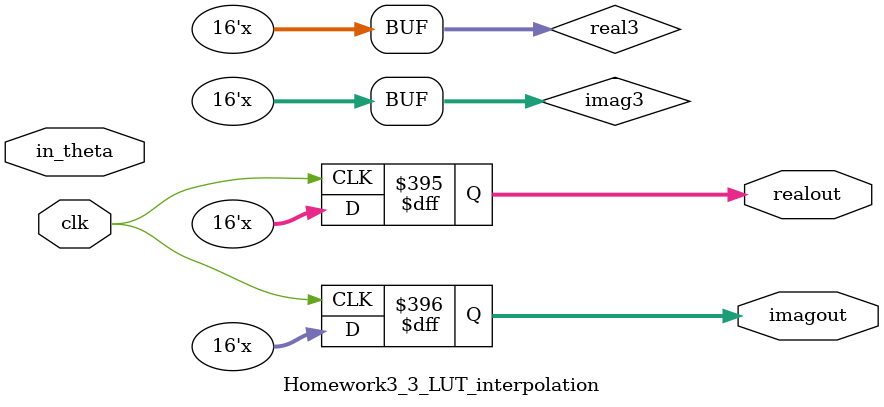
<source format=v>

module Homework3_3_LUT_interpolation(clk,in_theta,realout,imagout);
input [11:0]in_theta;
input clk;
output [15:0]realout;
output [15:0]imagout;


wire [11:0]in_theta;
wire clk;
reg [15:0]realout;
reg [15:0]imagout;

reg [11:0]theta;
reg [11:0]thegen1;
reg [11:0]thegen;
reg [15:0]real3;
reg [15:0]imag3;
reg [15:0]real2;
reg [15:0]imag2;
reg [15:0]real1;
reg [15:0]imag1;
reg [15:0]tmp;
reg [15:0]tmpreal1;
reg [15:0]tmpreal2;
reg [15:0]tmpimag1;
reg [15:0]tmpimag2;


always@(posedge clk)begin
theta<= #1 in_theta;
realout<=#1 real3;
imagout<=#1 imag3;
end

always @(*) begin
if (theta<=12'b010000000000)begin
	thegen = theta;
	real3=real2;
	imag3=imag2;
	end
else if (theta<=12'b100000000000 && theta>12'b010000000000)begin
	thegen = 12'b100000000000-theta;
	real3 =~real2+1'b1;
	imag3=imag2;
	end
else if (theta<=12'b110000000000 && theta>12'b100000000000)begin
	thegen = theta-12'b100000000000;
	real3 =~real2+1'b1;
	imag3=~imag2+1'b1;
	end
else if (theta<=12'b111111111111 && theta>12'b110000000000)begin
	thegen = 12'b111111111111-theta+1'b1;
	real3 =real2;
	imag3=~imag2+1'b1;
	end

if (thegen>12'b001000000000 && thegen[0]== 1'b0)begin
	thegen1=12'b010000000000-thegen;
	tmp=imag1;	
	imag2=real1;	
	real2=tmp;
end
else if(thegen<=12'b001000000000 && thegen[0]==1'b0)begin
	thegen1=thegen;
	imag2=imag1;	
	real2=real1;
end
else if (thegen>12'b001000000000 && thegen[0]==1'b1)begin
	thegen=12'b010000000010-thegen;
	thegen1=thegen+1'b1;
	tmpreal1=real1;
	tmpimag1=imag1;
	thegen1=#1 thegen-1'b1;
	tmpreal2= real1;
	tmpimag2= imag1;
	imag2=({tmpimag2[15],tmpimag2[15],tmpimag2[15],tmpimag2}+{tmpimag1[15],tmpimag1[15],tmpimag1[15],tmpimag1}+1'b1)>>1;
	real2=({tmpreal2[15],tmpreal2[15],tmpreal2[15],tmpreal2}+{tmpreal1[15],tmpreal1[15],tmpreal1[15],tmpreal1}+1'b1)>>1;
	tmp=imag1;	
	imag2=real1;	
	real2=tmp;
end
else if(thegen<=12'b001000000000 && thegen[0]==1'b1)begin	
	thegen1=thegen+1'b1;
	tmpreal1=real1;
	tmpimag1=imag1;
	thegen1=#3 thegen-1'b1;
	tmpreal2= real1;
	tmpimag2= imag1;
	imag2=({tmpimag2[15],tmpimag2[15],tmpimag2[15],tmpimag2}+{tmpimag1[15],tmpimag1[15],tmpimag1[15],tmpimag1}+1'b1)>>1;
	real2=({tmpreal2[15],tmpreal2[15],tmpreal2[15],tmpreal2}+{tmpreal1[15],tmpreal1[15],tmpreal1[15],tmpreal1}+1'b1)>>1;
	$display(tmpreal1);
	$display(tmpreal2);
	$display(real2);
	$display("-----");
end
end


always @(thegen1) begin
  case (thegen1)
    12'b000000000000: begin  real1=16'b0100000000000000; imag1=16'b0000000000000000;  end  // angle = 0.000000 pi
    12'b000000000010: begin  real1=16'b0100000000000000; imag1=16'b0000000000110010;  end  // angle = 0.000977 pi
    12'b000000000100: begin  real1=16'b0100000000000000; imag1=16'b0000000001100101;  end  // angle = 0.001953 pi
    12'b000000000110: begin  real1=16'b0011111111111111; imag1=16'b0000000010010111;  end  // angle = 0.002930 pi
    12'b000000001000: begin  real1=16'b0011111111111111; imag1=16'b0000000011001001;  end  // angle = 0.003906 pi
    12'b000000001010: begin  real1=16'b0011111111111110; imag1=16'b0000000011111011;  end  // angle = 0.004883 pi
    12'b000000001100: begin  real1=16'b0011111111111101; imag1=16'b0000000100101110;  end  // angle = 0.005859 pi
    12'b000000001110: begin  real1=16'b0011111111111100; imag1=16'b0000000101100000;  end  // angle = 0.006836 pi
    12'b000000010000: begin  real1=16'b0011111111111011; imag1=16'b0000000110010010;  end  // angle = 0.007812 pi
    12'b000000010010: begin  real1=16'b0011111111111010; imag1=16'b0000000111000100;  end  // angle = 0.008789 pi
    12'b000000010100: begin  real1=16'b0011111111111000; imag1=16'b0000000111110111;  end  // angle = 0.009766 pi
    12'b000000010110: begin  real1=16'b0011111111110111; imag1=16'b0000001000101001;  end  // angle = 0.010742 pi
    12'b000000011000: begin  real1=16'b0011111111110101; imag1=16'b0000001001011011;  end  // angle = 0.011719 pi
    12'b000000011010: begin  real1=16'b0011111111110011; imag1=16'b0000001010001101;  end  // angle = 0.012695 pi
    12'b000000011100: begin  real1=16'b0011111111110001; imag1=16'b0000001011000000;  end  // angle = 0.013672 pi
    12'b000000011110: begin  real1=16'b0011111111101111; imag1=16'b0000001011110010;  end  // angle = 0.014648 pi
    12'b000000100000: begin  real1=16'b0011111111101100; imag1=16'b0000001100100100;  end  // angle = 0.015625 pi
    12'b000000100010: begin  real1=16'b0011111111101010; imag1=16'b0000001101010110;  end  // angle = 0.016602 pi
    12'b000000100100: begin  real1=16'b0011111111100111; imag1=16'b0000001110001000;  end  // angle = 0.017578 pi
    12'b000000100110: begin  real1=16'b0011111111100100; imag1=16'b0000001110111011;  end  // angle = 0.018555 pi
    12'b000000101000: begin  real1=16'b0011111111100001; imag1=16'b0000001111101101;  end  // angle = 0.019531 pi
    12'b000000101010: begin  real1=16'b0011111111011110; imag1=16'b0000010000011111;  end  // angle = 0.020508 pi
    12'b000000101100: begin  real1=16'b0011111111011011; imag1=16'b0000010001010001;  end  // angle = 0.021484 pi
    12'b000000101110: begin  real1=16'b0011111111010111; imag1=16'b0000010010000011;  end  // angle = 0.022461 pi
    12'b000000110000: begin  real1=16'b0011111111010100; imag1=16'b0000010010110101;  end  // angle = 0.023438 pi
    12'b000000110010: begin  real1=16'b0011111111010000; imag1=16'b0000010011100111;  end  // angle = 0.024414 pi
    12'b000000110100: begin  real1=16'b0011111111001100; imag1=16'b0000010100011010;  end  // angle = 0.025391 pi
    12'b000000110110: begin  real1=16'b0011111111001000; imag1=16'b0000010101001100;  end  // angle = 0.026367 pi
    12'b000000111000: begin  real1=16'b0011111111000100; imag1=16'b0000010101111110;  end  // angle = 0.027344 pi
    12'b000000111010: begin  real1=16'b0011111110111111; imag1=16'b0000010110110000;  end  // angle = 0.028320 pi
    12'b000000111100: begin  real1=16'b0011111110111011; imag1=16'b0000010111100010;  end  // angle = 0.029297 pi
    12'b000000111110: begin  real1=16'b0011111110110110; imag1=16'b0000011000010100;  end  // angle = 0.030273 pi
    12'b000001000000: begin  real1=16'b0011111110110001; imag1=16'b0000011001000110;  end  // angle = 0.031250 pi
    12'b000001000010: begin  real1=16'b0011111110101100; imag1=16'b0000011001111000;  end  // angle = 0.032227 pi
    12'b000001000100: begin  real1=16'b0011111110100111; imag1=16'b0000011010101010;  end  // angle = 0.033203 pi
    12'b000001000110: begin  real1=16'b0011111110100010; imag1=16'b0000011011011100;  end  // angle = 0.034180 pi
    12'b000001001000: begin  real1=16'b0011111110011100; imag1=16'b0000011100001110;  end  // angle = 0.035156 pi
    12'b000001001010: begin  real1=16'b0011111110010111; imag1=16'b0000011101000000;  end  // angle = 0.036133 pi
    12'b000001001100: begin  real1=16'b0011111110010001; imag1=16'b0000011101110010;  end  // angle = 0.037109 pi
    12'b000001001110: begin  real1=16'b0011111110001011; imag1=16'b0000011110100100;  end  // angle = 0.038086 pi
    12'b000001010000: begin  real1=16'b0011111110000101; imag1=16'b0000011111010110;  end  // angle = 0.039062 pi
    12'b000001010010: begin  real1=16'b0011111101111111; imag1=16'b0000100000000111;  end  // angle = 0.040039 pi
    12'b000001010100: begin  real1=16'b0011111101111000; imag1=16'b0000100000111001;  end  // angle = 0.041016 pi
    12'b000001010110: begin  real1=16'b0011111101110010; imag1=16'b0000100001101011;  end  // angle = 0.041992 pi
    12'b000001011000: begin  real1=16'b0011111101101011; imag1=16'b0000100010011101;  end  // angle = 0.042969 pi
    12'b000001011010: begin  real1=16'b0011111101100100; imag1=16'b0000100011001111;  end  // angle = 0.043945 pi
    12'b000001011100: begin  real1=16'b0011111101011101; imag1=16'b0000100100000001;  end  // angle = 0.044922 pi
    12'b000001011110: begin  real1=16'b0011111101010110; imag1=16'b0000100100110010;  end  // angle = 0.045898 pi
    12'b000001100000: begin  real1=16'b0011111101001111; imag1=16'b0000100101100100;  end  // angle = 0.046875 pi
    12'b000001100010: begin  real1=16'b0011111101000111; imag1=16'b0000100110010110;  end  // angle = 0.047852 pi
    12'b000001100100: begin  real1=16'b0011111101000000; imag1=16'b0000100111000111;  end  // angle = 0.048828 pi
    12'b000001100110: begin  real1=16'b0011111100111000; imag1=16'b0000100111111001;  end  // angle = 0.049805 pi
    12'b000001101000: begin  real1=16'b0011111100110000; imag1=16'b0000101000101011;  end  // angle = 0.050781 pi
    12'b000001101010: begin  real1=16'b0011111100101000; imag1=16'b0000101001011100;  end  // angle = 0.051758 pi
    12'b000001101100: begin  real1=16'b0011111100100000; imag1=16'b0000101010001110;  end  // angle = 0.052734 pi
    12'b000001101110: begin  real1=16'b0011111100010111; imag1=16'b0000101011000000;  end  // angle = 0.053711 pi
    12'b000001110000: begin  real1=16'b0011111100001111; imag1=16'b0000101011110001;  end  // angle = 0.054688 pi
    12'b000001110010: begin  real1=16'b0011111100000110; imag1=16'b0000101100100011;  end  // angle = 0.055664 pi
    12'b000001110100: begin  real1=16'b0011111011111101; imag1=16'b0000101101010100;  end  // angle = 0.056641 pi
    12'b000001110110: begin  real1=16'b0011111011110100; imag1=16'b0000101110000101;  end  // angle = 0.057617 pi
    12'b000001111000: begin  real1=16'b0011111011101011; imag1=16'b0000101110110111;  end  // angle = 0.058594 pi
    12'b000001111010: begin  real1=16'b0011111011100010; imag1=16'b0000101111101000;  end  // angle = 0.059570 pi
    12'b000001111100: begin  real1=16'b0011111011011000; imag1=16'b0000110000011010;  end  // angle = 0.060547 pi
    12'b000001111110: begin  real1=16'b0011111011001111; imag1=16'b0000110001001011;  end  // angle = 0.061523 pi
    12'b000010000000: begin  real1=16'b0011111011000101; imag1=16'b0000110001111100;  end  // angle = 0.062500 pi
    12'b000010000010: begin  real1=16'b0011111010111011; imag1=16'b0000110010101110;  end  // angle = 0.063477 pi
    12'b000010000100: begin  real1=16'b0011111010110001; imag1=16'b0000110011011111;  end  // angle = 0.064453 pi
    12'b000010000110: begin  real1=16'b0011111010100111; imag1=16'b0000110100010000;  end  // angle = 0.065430 pi
    12'b000010001000: begin  real1=16'b0011111010011101; imag1=16'b0000110101000001;  end  // angle = 0.066406 pi
    12'b000010001010: begin  real1=16'b0011111010010010; imag1=16'b0000110101110010;  end  // angle = 0.067383 pi
    12'b000010001100: begin  real1=16'b0011111010001000; imag1=16'b0000110110100100;  end  // angle = 0.068359 pi
    12'b000010001110: begin  real1=16'b0011111001111101; imag1=16'b0000110111010101;  end  // angle = 0.069336 pi
    12'b000010010000: begin  real1=16'b0011111001110010; imag1=16'b0000111000000110;  end  // angle = 0.070312 pi
    12'b000010010010: begin  real1=16'b0011111001100111; imag1=16'b0000111000110111;  end  // angle = 0.071289 pi
    12'b000010010100: begin  real1=16'b0011111001011100; imag1=16'b0000111001101000;  end  // angle = 0.072266 pi
    12'b000010010110: begin  real1=16'b0011111001010000; imag1=16'b0000111010011001;  end  // angle = 0.073242 pi
    12'b000010011000: begin  real1=16'b0011111001000101; imag1=16'b0000111011001010;  end  // angle = 0.074219 pi
    12'b000010011010: begin  real1=16'b0011111000111001; imag1=16'b0000111011111011;  end  // angle = 0.075195 pi
    12'b000010011100: begin  real1=16'b0011111000101101; imag1=16'b0000111100101011;  end  // angle = 0.076172 pi
    12'b000010011110: begin  real1=16'b0011111000100001; imag1=16'b0000111101011100;  end  // angle = 0.077148 pi
    12'b000010100000: begin  real1=16'b0011111000010101; imag1=16'b0000111110001101;  end  // angle = 0.078125 pi
    12'b000010100010: begin  real1=16'b0011111000001001; imag1=16'b0000111110111110;  end  // angle = 0.079102 pi
    12'b000010100100: begin  real1=16'b0011110111111100; imag1=16'b0000111111101110;  end  // angle = 0.080078 pi
    12'b000010100110: begin  real1=16'b0011110111110000; imag1=16'b0001000000011111;  end  // angle = 0.081055 pi
    12'b000010101000: begin  real1=16'b0011110111100011; imag1=16'b0001000001010000;  end  // angle = 0.082031 pi
    12'b000010101010: begin  real1=16'b0011110111010110; imag1=16'b0001000010000000;  end  // angle = 0.083008 pi
    12'b000010101100: begin  real1=16'b0011110111001001; imag1=16'b0001000010110001;  end  // angle = 0.083984 pi
    12'b000010101110: begin  real1=16'b0011110110111100; imag1=16'b0001000011100001;  end  // angle = 0.084961 pi
    12'b000010110000: begin  real1=16'b0011110110101111; imag1=16'b0001000100010010;  end  // angle = 0.085937 pi
    12'b000010110010: begin  real1=16'b0011110110100001; imag1=16'b0001000101000010;  end  // angle = 0.086914 pi
    12'b000010110100: begin  real1=16'b0011110110010011; imag1=16'b0001000101110011;  end  // angle = 0.087891 pi
    12'b000010110110: begin  real1=16'b0011110110000110; imag1=16'b0001000110100011;  end  // angle = 0.088867 pi
    12'b000010111000: begin  real1=16'b0011110101111000; imag1=16'b0001000111010011;  end  // angle = 0.089844 pi
    12'b000010111010: begin  real1=16'b0011110101101010; imag1=16'b0001001000000100;  end  // angle = 0.090820 pi
    12'b000010111100: begin  real1=16'b0011110101011011; imag1=16'b0001001000110100;  end  // angle = 0.091797 pi
    12'b000010111110: begin  real1=16'b0011110101001101; imag1=16'b0001001001100100;  end  // angle = 0.092773 pi
    12'b000011000000: begin  real1=16'b0011110100111111; imag1=16'b0001001010010100;  end  // angle = 0.093750 pi
    12'b000011000010: begin  real1=16'b0011110100110000; imag1=16'b0001001011000100;  end  // angle = 0.094727 pi
    12'b000011000100: begin  real1=16'b0011110100100001; imag1=16'b0001001011110100;  end  // angle = 0.095703 pi
    12'b000011000110: begin  real1=16'b0011110100010010; imag1=16'b0001001100100100;  end  // angle = 0.096680 pi
    12'b000011001000: begin  real1=16'b0011110100000011; imag1=16'b0001001101010100;  end  // angle = 0.097656 pi
    12'b000011001010: begin  real1=16'b0011110011110100; imag1=16'b0001001110000100;  end  // angle = 0.098633 pi
    12'b000011001100: begin  real1=16'b0011110011100100; imag1=16'b0001001110110100;  end  // angle = 0.099609 pi
    12'b000011001110: begin  real1=16'b0011110011010101; imag1=16'b0001001111100100;  end  // angle = 0.100586 pi
    12'b000011010000: begin  real1=16'b0011110011000101; imag1=16'b0001010000010011;  end  // angle = 0.101563 pi
    12'b000011010010: begin  real1=16'b0011110010110101; imag1=16'b0001010001000011;  end  // angle = 0.102539 pi
    12'b000011010100: begin  real1=16'b0011110010100101; imag1=16'b0001010001110011;  end  // angle = 0.103516 pi
    12'b000011010110: begin  real1=16'b0011110010010101; imag1=16'b0001010010100010;  end  // angle = 0.104492 pi
    12'b000011011000: begin  real1=16'b0011110010000101; imag1=16'b0001010011010010;  end  // angle = 0.105469 pi
    12'b000011011010: begin  real1=16'b0011110001110100; imag1=16'b0001010100000001;  end  // angle = 0.106445 pi
    12'b000011011100: begin  real1=16'b0011110001100100; imag1=16'b0001010100110001;  end  // angle = 0.107422 pi
    12'b000011011110: begin  real1=16'b0011110001010011; imag1=16'b0001010101100000;  end  // angle = 0.108398 pi
    12'b000011100000: begin  real1=16'b0011110001000010; imag1=16'b0001010110010000;  end  // angle = 0.109375 pi
    12'b000011100010: begin  real1=16'b0011110000110001; imag1=16'b0001010110111111;  end  // angle = 0.110352 pi
    12'b000011100100: begin  real1=16'b0011110000100000; imag1=16'b0001010111101110;  end  // angle = 0.111328 pi
    12'b000011100110: begin  real1=16'b0011110000001111; imag1=16'b0001011000011101;  end  // angle = 0.112305 pi
    12'b000011101000: begin  real1=16'b0011101111111101; imag1=16'b0001011001001100;  end  // angle = 0.113281 pi
    12'b000011101010: begin  real1=16'b0011101111101100; imag1=16'b0001011001111100;  end  // angle = 0.114258 pi
    12'b000011101100: begin  real1=16'b0011101111011010; imag1=16'b0001011010101011;  end  // angle = 0.115234 pi
    12'b000011101110: begin  real1=16'b0011101111001000; imag1=16'b0001011011011010;  end  // angle = 0.116211 pi
    12'b000011110000: begin  real1=16'b0011101110110110; imag1=16'b0001011100001001;  end  // angle = 0.117187 pi
    12'b000011110010: begin  real1=16'b0011101110100100; imag1=16'b0001011100110111;  end  // angle = 0.118164 pi
    12'b000011110100: begin  real1=16'b0011101110010010; imag1=16'b0001011101100110;  end  // angle = 0.119141 pi
    12'b000011110110: begin  real1=16'b0011101101111111; imag1=16'b0001011110010101;  end  // angle = 0.120117 pi
    12'b000011111000: begin  real1=16'b0011101101101101; imag1=16'b0001011111000100;  end  // angle = 0.121094 pi
    12'b000011111010: begin  real1=16'b0011101101011010; imag1=16'b0001011111110010;  end  // angle = 0.122070 pi
    12'b000011111100: begin  real1=16'b0011101101000111; imag1=16'b0001100000100001;  end  // angle = 0.123047 pi
    12'b000011111110: begin  real1=16'b0011101100110100; imag1=16'b0001100001001111;  end  // angle = 0.124023 pi
    12'b000100000000: begin  real1=16'b0011101100100001; imag1=16'b0001100001111110;  end  // angle = 0.125000 pi
    12'b000100000010: begin  real1=16'b0011101100001110; imag1=16'b0001100010101100;  end  // angle = 0.125977 pi
    12'b000100000100: begin  real1=16'b0011101011111010; imag1=16'b0001100011011011;  end  // angle = 0.126953 pi
    12'b000100000110: begin  real1=16'b0011101011100110; imag1=16'b0001100100001001;  end  // angle = 0.127930 pi
    12'b000100001000: begin  real1=16'b0011101011010011; imag1=16'b0001100100110111;  end  // angle = 0.128906 pi
    12'b000100001010: begin  real1=16'b0011101010111111; imag1=16'b0001100101100101;  end  // angle = 0.129883 pi
    12'b000100001100: begin  real1=16'b0011101010101011; imag1=16'b0001100110010011;  end  // angle = 0.130859 pi
    12'b000100001110: begin  real1=16'b0011101010010111; imag1=16'b0001100111000001;  end  // angle = 0.131836 pi
    12'b000100010000: begin  real1=16'b0011101010000010; imag1=16'b0001100111101111;  end  // angle = 0.132812 pi
    12'b000100010010: begin  real1=16'b0011101001101110; imag1=16'b0001101000011101;  end  // angle = 0.133789 pi
    12'b000100010100: begin  real1=16'b0011101001011001; imag1=16'b0001101001001011;  end  // angle = 0.134766 pi
    12'b000100010110: begin  real1=16'b0011101001000101; imag1=16'b0001101001111001;  end  // angle = 0.135742 pi
    12'b000100011000: begin  real1=16'b0011101000110000; imag1=16'b0001101010100111;  end  // angle = 0.136719 pi
    12'b000100011010: begin  real1=16'b0011101000011011; imag1=16'b0001101011010100;  end  // angle = 0.137695 pi
    12'b000100011100: begin  real1=16'b0011101000000110; imag1=16'b0001101100000010;  end  // angle = 0.138672 pi
    12'b000100011110: begin  real1=16'b0011100111110000; imag1=16'b0001101100110000;  end  // angle = 0.139648 pi
    12'b000100100000: begin  real1=16'b0011100111011011; imag1=16'b0001101101011101;  end  // angle = 0.140625 pi
    12'b000100100010: begin  real1=16'b0011100111000101; imag1=16'b0001101110001010;  end  // angle = 0.141602 pi
    12'b000100100100: begin  real1=16'b0011100110110000; imag1=16'b0001101110111000;  end  // angle = 0.142578 pi
    12'b000100100110: begin  real1=16'b0011100110011010; imag1=16'b0001101111100101;  end  // angle = 0.143555 pi
    12'b000100101000: begin  real1=16'b0011100110000100; imag1=16'b0001110000010010;  end  // angle = 0.144531 pi
    12'b000100101010: begin  real1=16'b0011100101101110; imag1=16'b0001110000111111;  end  // angle = 0.145508 pi
    12'b000100101100: begin  real1=16'b0011100101011000; imag1=16'b0001110001101100;  end  // angle = 0.146484 pi
    12'b000100101110: begin  real1=16'b0011100101000001; imag1=16'b0001110010011001;  end  // angle = 0.147461 pi
    12'b000100110000: begin  real1=16'b0011100100101011; imag1=16'b0001110011000110;  end  // angle = 0.148438 pi
    12'b000100110010: begin  real1=16'b0011100100010100; imag1=16'b0001110011110011;  end  // angle = 0.149414 pi
    12'b000100110100: begin  real1=16'b0011100011111101; imag1=16'b0001110100100000;  end  // angle = 0.150391 pi
    12'b000100110110: begin  real1=16'b0011100011100110; imag1=16'b0001110101001101;  end  // angle = 0.151367 pi
    12'b000100111000: begin  real1=16'b0011100011001111; imag1=16'b0001110101111001;  end  // angle = 0.152344 pi
    12'b000100111010: begin  real1=16'b0011100010111000; imag1=16'b0001110110100110;  end  // angle = 0.153320 pi
    12'b000100111100: begin  real1=16'b0011100010100001; imag1=16'b0001110111010011;  end  // angle = 0.154297 pi
    12'b000100111110: begin  real1=16'b0011100010001001; imag1=16'b0001110111111111;  end  // angle = 0.155273 pi
    12'b000101000000: begin  real1=16'b0011100001110001; imag1=16'b0001111000101011;  end  // angle = 0.156250 pi
    12'b000101000010: begin  real1=16'b0011100001011010; imag1=16'b0001111001011000;  end  // angle = 0.157227 pi
    12'b000101000100: begin  real1=16'b0011100001000010; imag1=16'b0001111010000100;  end  // angle = 0.158203 pi
    12'b000101000110: begin  real1=16'b0011100000101010; imag1=16'b0001111010110000;  end  // angle = 0.159180 pi
    12'b000101001000: begin  real1=16'b0011100000010010; imag1=16'b0001111011011100;  end  // angle = 0.160156 pi
    12'b000101001010: begin  real1=16'b0011011111111001; imag1=16'b0001111100001000;  end  // angle = 0.161133 pi
    12'b000101001100: begin  real1=16'b0011011111100001; imag1=16'b0001111100110100;  end  // angle = 0.162109 pi
    12'b000101001110: begin  real1=16'b0011011111001000; imag1=16'b0001111101100000;  end  // angle = 0.163086 pi
    12'b000101010000: begin  real1=16'b0011011110110000; imag1=16'b0001111110001100;  end  // angle = 0.164062 pi
    12'b000101010010: begin  real1=16'b0011011110010111; imag1=16'b0001111110110111;  end  // angle = 0.165039 pi
    12'b000101010100: begin  real1=16'b0011011101111110; imag1=16'b0001111111100011;  end  // angle = 0.166016 pi
    12'b000101010110: begin  real1=16'b0011011101100101; imag1=16'b0010000000001111;  end  // angle = 0.166992 pi
    12'b000101011000: begin  real1=16'b0011011101001011; imag1=16'b0010000000111010;  end  // angle = 0.167969 pi
    12'b000101011010: begin  real1=16'b0011011100110010; imag1=16'b0010000001100101;  end  // angle = 0.168945 pi
    12'b000101011100: begin  real1=16'b0011011100011000; imag1=16'b0010000010010001;  end  // angle = 0.169922 pi
    12'b000101011110: begin  real1=16'b0011011011111111; imag1=16'b0010000010111100;  end  // angle = 0.170898 pi
    12'b000101100000: begin  real1=16'b0011011011100101; imag1=16'b0010000011100111;  end  // angle = 0.171875 pi
    12'b000101100010: begin  real1=16'b0011011011001011; imag1=16'b0010000100010010;  end  // angle = 0.172852 pi
    12'b000101100100: begin  real1=16'b0011011010110001; imag1=16'b0010000100111101;  end  // angle = 0.173828 pi
    12'b000101100110: begin  real1=16'b0011011010010111; imag1=16'b0010000101101000;  end  // angle = 0.174805 pi
    12'b000101101000: begin  real1=16'b0011011001111101; imag1=16'b0010000110010011;  end  // angle = 0.175781 pi
    12'b000101101010: begin  real1=16'b0011011001100010; imag1=16'b0010000110111110;  end  // angle = 0.176758 pi
    12'b000101101100: begin  real1=16'b0011011001001000; imag1=16'b0010000111101000;  end  // angle = 0.177734 pi
    12'b000101101110: begin  real1=16'b0011011000101101; imag1=16'b0010001000010011;  end  // angle = 0.178711 pi
    12'b000101110000: begin  real1=16'b0011011000010010; imag1=16'b0010001000111101;  end  // angle = 0.179688 pi
    12'b000101110010: begin  real1=16'b0011010111110111; imag1=16'b0010001001101000;  end  // angle = 0.180664 pi
    12'b000101110100: begin  real1=16'b0011010111011100; imag1=16'b0010001010010010;  end  // angle = 0.181641 pi
    12'b000101110110: begin  real1=16'b0011010111000001; imag1=16'b0010001010111100;  end  // angle = 0.182617 pi
    12'b000101111000: begin  real1=16'b0011010110100101; imag1=16'b0010001011100111;  end  // angle = 0.183594 pi
    12'b000101111010: begin  real1=16'b0011010110001010; imag1=16'b0010001100010001;  end  // angle = 0.184570 pi
    12'b000101111100: begin  real1=16'b0011010101101110; imag1=16'b0010001100111011;  end  // angle = 0.185547 pi
    12'b000101111110: begin  real1=16'b0011010101010011; imag1=16'b0010001101100101;  end  // angle = 0.186523 pi
    12'b000110000000: begin  real1=16'b0011010100110111; imag1=16'b0010001110001110;  end  // angle = 0.187500 pi
    12'b000110000010: begin  real1=16'b0011010100011011; imag1=16'b0010001110111000;  end  // angle = 0.188477 pi
    12'b000110000100: begin  real1=16'b0011010011111111; imag1=16'b0010001111100010;  end  // angle = 0.189453 pi
    12'b000110000110: begin  real1=16'b0011010011100010; imag1=16'b0010010000001011;  end  // angle = 0.190430 pi
    12'b000110001000: begin  real1=16'b0011010011000110; imag1=16'b0010010000110101;  end  // angle = 0.191406 pi
    12'b000110001010: begin  real1=16'b0011010010101010; imag1=16'b0010010001011110;  end  // angle = 0.192383 pi
    12'b000110001100: begin  real1=16'b0011010010001101; imag1=16'b0010010010001000;  end  // angle = 0.193359 pi
    12'b000110001110: begin  real1=16'b0011010001110000; imag1=16'b0010010010110001;  end  // angle = 0.194336 pi
    12'b000110010000: begin  real1=16'b0011010001010011; imag1=16'b0010010011011010;  end  // angle = 0.195312 pi
    12'b000110010010: begin  real1=16'b0011010000110110; imag1=16'b0010010100000011;  end  // angle = 0.196289 pi
    12'b000110010100: begin  real1=16'b0011010000011001; imag1=16'b0010010100101100;  end  // angle = 0.197266 pi
    12'b000110010110: begin  real1=16'b0011001111111100; imag1=16'b0010010101010101;  end  // angle = 0.198242 pi
    12'b000110011000: begin  real1=16'b0011001111011111; imag1=16'b0010010101111110;  end  // angle = 0.199219 pi
    12'b000110011010: begin  real1=16'b0011001111000001; imag1=16'b0010010110100110;  end  // angle = 0.200195 pi
    12'b000110011100: begin  real1=16'b0011001110100011; imag1=16'b0010010111001111;  end  // angle = 0.201172 pi
    12'b000110011110: begin  real1=16'b0011001110000110; imag1=16'b0010010111111000;  end  // angle = 0.202148 pi
    12'b000110100000: begin  real1=16'b0011001101101000; imag1=16'b0010011000100000;  end  // angle = 0.203125 pi
    12'b000110100010: begin  real1=16'b0011001101001010; imag1=16'b0010011001001000;  end  // angle = 0.204102 pi
    12'b000110100100: begin  real1=16'b0011001100101100; imag1=16'b0010011001110001;  end  // angle = 0.205078 pi
    12'b000110100110: begin  real1=16'b0011001100001101; imag1=16'b0010011010011001;  end  // angle = 0.206055 pi
    12'b000110101000: begin  real1=16'b0011001011101111; imag1=16'b0010011011000001;  end  // angle = 0.207031 pi
    12'b000110101010: begin  real1=16'b0011001011010000; imag1=16'b0010011011101001;  end  // angle = 0.208008 pi
    12'b000110101100: begin  real1=16'b0011001010110010; imag1=16'b0010011100010001;  end  // angle = 0.208984 pi
    12'b000110101110: begin  real1=16'b0011001010010011; imag1=16'b0010011100111000;  end  // angle = 0.209961 pi
    12'b000110110000: begin  real1=16'b0011001001110100; imag1=16'b0010011101100000;  end  // angle = 0.210938 pi
    12'b000110110010: begin  real1=16'b0011001001010101; imag1=16'b0010011110001000;  end  // angle = 0.211914 pi
    12'b000110110100: begin  real1=16'b0011001000110110; imag1=16'b0010011110101111;  end  // angle = 0.212891 pi
    12'b000110110110: begin  real1=16'b0011001000010111; imag1=16'b0010011111010110;  end  // angle = 0.213867 pi
    12'b000110111000: begin  real1=16'b0011000111111000; imag1=16'b0010011111111110;  end  // angle = 0.214844 pi
    12'b000110111010: begin  real1=16'b0011000111011000; imag1=16'b0010100000100101;  end  // angle = 0.215820 pi
    12'b000110111100: begin  real1=16'b0011000110111001; imag1=16'b0010100001001100;  end  // angle = 0.216797 pi
    12'b000110111110: begin  real1=16'b0011000110011001; imag1=16'b0010100001110011;  end  // angle = 0.217773 pi
    12'b000111000000: begin  real1=16'b0011000101111001; imag1=16'b0010100010011010;  end  // angle = 0.218750 pi
    12'b000111000010: begin  real1=16'b0011000101011001; imag1=16'b0010100011000001;  end  // angle = 0.219727 pi
    12'b000111000100: begin  real1=16'b0011000100111001; imag1=16'b0010100011100111;  end  // angle = 0.220703 pi
    12'b000111000110: begin  real1=16'b0011000100011001; imag1=16'b0010100100001110;  end  // angle = 0.221680 pi
    12'b000111001000: begin  real1=16'b0011000011111001; imag1=16'b0010100100110101;  end  // angle = 0.222656 pi
    12'b000111001010: begin  real1=16'b0011000011011000; imag1=16'b0010100101011011;  end  // angle = 0.223633 pi
    12'b000111001100: begin  real1=16'b0011000010111000; imag1=16'b0010100110000001;  end  // angle = 0.224609 pi
    12'b000111001110: begin  real1=16'b0011000010010111; imag1=16'b0010100110100111;  end  // angle = 0.225586 pi
    12'b000111010000: begin  real1=16'b0011000001110110; imag1=16'b0010100111001110;  end  // angle = 0.226562 pi
    12'b000111010010: begin  real1=16'b0011000001010101; imag1=16'b0010100111110100;  end  // angle = 0.227539 pi
    12'b000111010100: begin  real1=16'b0011000000110100; imag1=16'b0010101000011010;  end  // angle = 0.228516 pi
    12'b000111010110: begin  real1=16'b0011000000010011; imag1=16'b0010101000111111;  end  // angle = 0.229492 pi
    12'b000111011000: begin  real1=16'b0010111111110010; imag1=16'b0010101001100101;  end  // angle = 0.230469 pi
    12'b000111011010: begin  real1=16'b0010111111010000; imag1=16'b0010101010001011;  end  // angle = 0.231445 pi
    12'b000111011100: begin  real1=16'b0010111110101111; imag1=16'b0010101010110000;  end  // angle = 0.232422 pi
    12'b000111011110: begin  real1=16'b0010111110001101; imag1=16'b0010101011010110;  end  // angle = 0.233398 pi
    12'b000111100000: begin  real1=16'b0010111101101100; imag1=16'b0010101011111011;  end  // angle = 0.234375 pi
    12'b000111100010: begin  real1=16'b0010111101001010; imag1=16'b0010101100100000;  end  // angle = 0.235352 pi
    12'b000111100100: begin  real1=16'b0010111100101000; imag1=16'b0010101101000101;  end  // angle = 0.236328 pi
    12'b000111100110: begin  real1=16'b0010111100000110; imag1=16'b0010101101101010;  end  // angle = 0.237305 pi
    12'b000111101000: begin  real1=16'b0010111011100100; imag1=16'b0010101110001111;  end  // angle = 0.238281 pi
    12'b000111101010: begin  real1=16'b0010111011000010; imag1=16'b0010101110110100;  end  // angle = 0.239258 pi
    12'b000111101100: begin  real1=16'b0010111010011111; imag1=16'b0010101111011000;  end  // angle = 0.240234 pi
    12'b000111101110: begin  real1=16'b0010111001111101; imag1=16'b0010101111111101;  end  // angle = 0.241211 pi
    12'b000111110000: begin  real1=16'b0010111001011010; imag1=16'b0010110000100001;  end  // angle = 0.242188 pi
    12'b000111110010: begin  real1=16'b0010111000110111; imag1=16'b0010110001000110;  end  // angle = 0.243164 pi
    12'b000111110100: begin  real1=16'b0010111000010101; imag1=16'b0010110001101010;  end  // angle = 0.244141 pi
    12'b000111110110: begin  real1=16'b0010110111110010; imag1=16'b0010110010001110;  end  // angle = 0.245117 pi
    12'b000111111000: begin  real1=16'b0010110111001111; imag1=16'b0010110010110010;  end  // angle = 0.246094 pi
    12'b000111111010: begin  real1=16'b0010110110101011; imag1=16'b0010110011010110;  end  // angle = 0.247070 pi
    12'b000111111100: begin  real1=16'b0010110110001000; imag1=16'b0010110011111010;  end  // angle = 0.248047 pi
    12'b000111111110: begin  real1=16'b0010110101100101; imag1=16'b0010110100011110;  end  // angle = 0.249023 pi
    12'b001000000000: begin  real1=16'b0010110101000001; imag1=16'b0010110101000001;  end  // angle = 0.250000 pi
endcase
end


endmodule

</source>
